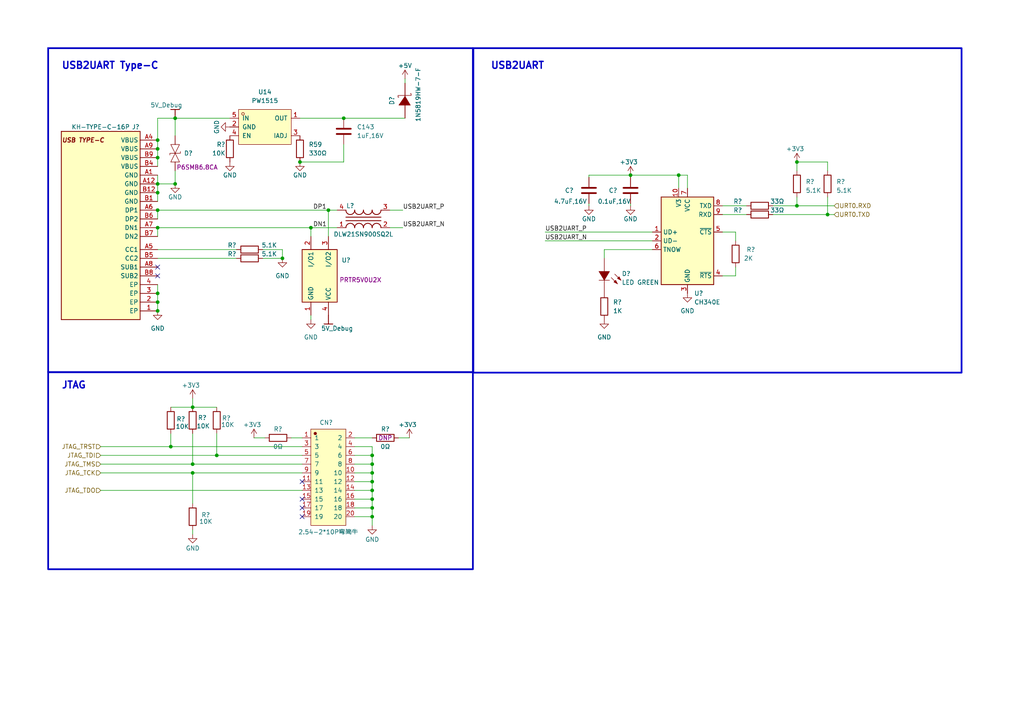
<source format=kicad_sch>
(kicad_sch (version 20230121) (generator eeschema)
  (paper "A4")
  (title_block (title "HPM6P00EVKRevB") (date "2024-10-13") (rev "RevB") (comment 1 "Debug"))
  (lib_symbols
    (symbol "00_HPM_power:+3.3V" (power) (pin_names (offset 0))
      (property "Value" "+3.3V" (at 0 3.556 0))
      (symbol "+3.3V_0_1"
        (polyline (pts (xy -0.762 1.27) (xy 0 2.54)))
        (polyline (pts (xy 0 0) (xy 0 2.54)))
        (polyline (pts (xy 0 2.54) (xy 0.762 1.27)))
      )
      (symbol "+3.3V_1_1"
        (pin power_in line (at 0 0 90) (length 0) hide (name "+3V3") (number "1"))
      )
    )
    (symbol "00_HPM_power:+5V" (power) (pin_names (offset 0))
      (property "Value" "+5V" (at 0 3.556 0))
      (symbol "+5V_0_1"
        (polyline (pts (xy -0.762 1.27) (xy 0 2.54)))
        (polyline (pts (xy 0 0) (xy 0 2.54)))
        (polyline (pts (xy 0 2.54) (xy 0.762 1.27)))
      )
      (symbol "+5V_1_1"
        (pin power_in line (at 0 0 90) (length 0) hide (name "+5V") (number "1"))
      )
    )
    (symbol "00_HPM_power:5V_Debug" (power)
      (property "Value" "5V_Debug" (at 0 -3.81 0))
      (symbol "5V_Debug_0_0"
        (polyline (pts (xy -1.27 -2.54) (xy 1.27 -2.54)) (stroke (width 0.254)))
        (polyline (pts (xy 0 0) (xy 0 -2.54)) (stroke (width 0.254)))
        (pin power_in line (at 0 0 0) (length 0) hide (name "5V_Debug") (number ""))
      )
    )
    (symbol "00_HPM_power:GND" (power) (pin_names (offset 0))
      (property "Value" "GND" (at 0 -3.81 0))
      (symbol "GND_0_1"
        (polyline (pts (xy 0 0) (xy 0 -1.27) (xy 1.27 -1.27) (xy 0 -2.54) (xy -1.27 -1.27) (xy 0 -1.27)))
      )
      (symbol "GND_1_1"
        (pin power_in line (at 0 0 270) (length 0) hide (name "GND") (number "1"))
      )
    )
    (symbol "01-HPM-Peripheral:LED_GREEN" (pin_numbers hide) (pin_names (offset 1.016) hide)
      (property "Reference" "LED" (at -5.08 1.27 0))
      (property "Value" "LED_GREEN" (at 0 8.89 0))
      (symbol "LED_GREEN_1_1"
        (polyline (pts (xy -2.54 1.524) (xy -2.54 -1.524)) (stroke (width 0.1524)))
        (polyline (pts (xy -1.778 2.032) (xy -3.556 3.81)) (stroke (width 0.1524)))
        (polyline (pts (xy -0.762 3.048) (xy -2.54 4.826)) (stroke (width 0.1524)))
        (polyline (pts (xy -3.556 3.81) (xy -2.54 3.302) (xy -3.048 2.794) (xy -3.556 3.81)) (stroke (width 0.1524)) (fill (type outline)))
        (polyline (pts (xy -2.54 4.826) (xy -1.524 4.318) (xy -2.032 3.81) (xy -2.54 4.826)) (stroke (width 0.1524)) (fill (type outline)))
        (polyline (pts (xy 0 -1.524) (xy -2.54 0) (xy 0 1.524) (xy 0 -1.524)) (stroke (width 0.1524)) (fill (type outline)))
        (pin input line (at -6.35 0 0) (length 3.81) (name "K") (number "1"))
        (pin input line (at 3.81 0 180) (length 3.81) (name "A") (number "2"))
      )
    )
    (symbol "02_HPM_Resistor:10K_0402" (pin_numbers hide) (pin_names (offset 0))
      (property "Reference" "R" (at 0 3.81 0))
      (property "Value" "10K" (at 0 6.35 0))
      (symbol "10K_0402_0_1"
        (rectangle (start 2.54 -1.016) (end -2.54 1.016) (stroke (width 0.254)))
      )
      (symbol "10K_0402_1_1"
        (pin passive line (at -3.81 0 0) (length 1.27) (name "~") (number "1"))
        (pin passive line (at 3.81 0 180) (length 1.27) (name "~") (number "2"))
      )
    )
    (symbol "02_HPM_Resistor:330Ω_0402" (pin_numbers hide) (pin_names (offset 0))
      (property "Reference" "R" (at 0 3.81 0))
      (property "Value" "330Ω" (at 0 6.35 0))
      (symbol "330Ω_0402_0_1"
        (rectangle (start 2.54 -1.016) (end -2.54 1.016) (stroke (width 0.254)))
      )
      (symbol "330Ω_0402_1_1"
        (pin passive line (at -3.81 0 0) (length 1.27) (name "~") (number "1"))
        (pin passive line (at 3.81 0 180) (length 1.27) (name "~") (number "2"))
      )
    )
    (symbol "02_HPM_Resistor:5.1K_0402" (pin_numbers hide) (pin_names (offset 0))
      (property "Reference" "R" (at 0 3.81 0))
      (property "Value" "5.1K" (at 0 7.62 0))
      (symbol "5.1K_0402_0_1"
        (rectangle (start 2.54 -1.016) (end -2.54 1.016) (stroke (width 0.254)))
      )
      (symbol "5.1K_0402_1_1"
        (pin passive line (at -3.81 0 0) (length 1.27) (name "~") (number "1"))
        (pin passive line (at 3.81 0 180) (length 1.27) (name "~") (number "2"))
      )
    )
    (symbol "03_HPM_Capacitance:0.1uF,16V_0402" (pin_numbers hide) (pin_names (offset 0.254))
      (property "Reference" "C" (at -1.27 10.16 0))
      (property "Value" "0.1uF,16V" (at -5.08 12.7 0))
      (symbol "0.1uF,16V_0402_0_1"
        (polyline (pts (xy -2.032 -0.762) (xy 2.032 -0.762)) (stroke (width 0.508)))
        (polyline (pts (xy -2.032 0.762) (xy 2.032 0.762)) (stroke (width 0.508)))
      )
      (symbol "0.1uF,16V_0402_1_1"
        (pin passive line (at 0 3.81 270) (length 2.794) (name "~") (number "1"))
        (pin passive line (at 0 -3.81 90) (length 2.794) (name "~") (number "2"))
      )
    )
    (symbol "03_HPM_Capacitance:1uF,16V_0402" (pin_numbers hide)
      (property "Reference" "C" (at 0 8.255 0))
      (property "Value" "1uF,16V" (at 0 11.43 0))
      (symbol "1uF,16V_0402_0_1"
        (polyline (pts (xy -2.032 -0.762) (xy 2.032 -0.762)) (stroke (width 0.508)))
        (polyline (pts (xy -2.032 0.762) (xy 2.032 0.762)) (stroke (width 0.508)))
      )
      (symbol "1uF,16V_0402_1_1"
        (pin passive line (at 0 3.81 270) (length 2.794) (name "~") (number "1"))
        (pin passive line (at 0 -3.81 90) (length 2.794) (name "~") (number "2"))
      )
    )
    (symbol "03_HPM_Capacitance:4.7uF,10V_0402" (pin_numbers hide) (pin_names (offset 0.254))
      (property "Reference" "C" (at 0.635 2.54 0))
      (property "Value" "4.7uF,10V" (at 0.635 -2.54 0))
      (symbol "4.7uF,10V_0402_0_1"
        (polyline (pts (xy -2.032 -0.762) (xy 2.032 -0.762)) (stroke (width 0.508)))
        (polyline (pts (xy -2.032 0.762) (xy 2.032 0.762)) (stroke (width 0.508)))
      )
      (symbol "4.7uF,10V_0402_1_1"
        (pin passive line (at 0 3.81 270) (length 2.794) (name "~") (number "1"))
        (pin passive line (at 0 -3.81 90) (length 2.794) (name "~") (number "2"))
      )
    )
    (symbol "04_HPM_Diode: 1N5819HW-7-F" (pin_numbers hide) (pin_names (offset 1.016) hide)
      (property "Reference" "D" (at 0 5.08 0))
      (property "Value" " 1N5819HW-7-F" (at -1.27 7.62 0))
      (symbol " 1N5819HW-7-F_1_1"
        (polyline (pts (xy 1.27 1.524) (xy -1.27 0) (xy -1.27 0) (xy 1.27 -1.778) (xy 1.27 -1.778) (xy 1.27 1.524)) (fill (type color) (color 132 0 0 1)))
        (polyline (pts (xy -2.032 1.524) (xy -2.032 1.778) (xy -2.032 1.778) (xy -1.524 1.778) (xy -1.524 1.778) (xy -1.524 -2.032) (xy -1.524 -2.032) (xy -1.016 -2.032) (xy -1.016 -2.032) (xy -1.016 -1.778)))
        (pin input line (at -5.08 0 0) (length 3.81) (name "K") (number "1"))
        (pin input line (at 5.08 0 180) (length 3.81) (name "A") (number "2"))
      )
    )
    (symbol "04_HPM_Diode:P6SMB6.8CA" (pin_numbers hide) (pin_names (offset 1.016) hide)
      (property "Reference" "D" (at 0 4.064 0))
      (property "Value" "P6SMB6.8CA" (at 0 9.144 0))
      (symbol "P6SMB6.8CA_1_1"
        (polyline (pts (xy -2.54 1.27) (xy 0 0) (xy -2.54 -1.27) (xy -2.54 1.27)) (stroke (width 0.1524)))
        (polyline (pts (xy 2.54 1.27) (xy 0 0) (xy 2.54 -1.27) (xy 2.54 1.27)) (stroke (width 0.1524)))
        (polyline (pts (xy -0.508 1.524) (xy -0.508 1.524) (xy 0 1.524) (xy 0 -1.524) (xy 0.508 -1.524) (xy 0.508 -1.524)) (stroke (width 0.1524)))
        (pin input line (at -5.08 0 0) (length 2.54) (name "1") (number "1"))
        (pin input line (at 5.08 0 180) (length 2.54) (name "2") (number "2"))
      )
    )
    (symbol "04_HPM_Diode:PRTR5V0U2X"
      (property "Reference" "U" (at 11.43 -6.35 0))
      (property "Value" "PRTR5V0U2X" (at 10.16 -29.21 0))
      (symbol "PRTR5V0U2X_1_0"
        (rectangle (start 2.54 -7.62) (end 12.7 -22.86) (stroke (width 0.254)) (fill (type background)))
        (pin passive line (at 5.08 -26.67 90) (length 3.81) (name "GND") (number "1"))
        (pin passive line (at 5.08 -3.81 270) (length 3.81) (name "I/O1") (number "2"))
        (pin passive line (at 10.16 -3.81 270) (length 3.81) (name "I/O2") (number "3"))
        (pin passive line (at 10.16 -26.67 90) (length 3.81) (name "VCC") (number "4"))
      )
    )
    (symbol "05_HPM_Connector_IDC:2.54-2*10P简牛_90°" (pin_names (offset 1.016))
      (property "Reference" "IDC" (at -2.54 15.24 0))
      (property "Value" "2.54-2*10P简牛_90°" (at -1.27 -15.24 0))
      (symbol "2.54-2*10P简牛_90°_1_1"
        (rectangle (start -5.08 13.97) (end 5.08 -13.97) (stroke (width 0.1524)) (fill (type background)))
        (circle (center -3.81 12.7) (radius 0.381) (stroke (width 0.1524)) (fill (type outline)))
        (pin input line (at -7.62 11.43 0) (length 2.54) (name "1") (number "1"))
        (pin input line (at 7.62 1.27 180) (length 2.54) (name "10") (number "10"))
        (pin input line (at -7.62 -1.27 0) (length 2.54) (name "11") (number "11"))
        (pin input line (at 7.62 -1.27 180) (length 2.54) (name "12") (number "12"))
        (pin input line (at -7.62 -3.81 0) (length 2.54) (name "13") (number "13"))
        (pin input line (at 7.62 -3.81 180) (length 2.54) (name "14") (number "14"))
        (pin input line (at -7.62 -6.35 0) (length 2.54) (name "15") (number "15"))
        (pin input line (at 7.62 -6.35 180) (length 2.54) (name "16") (number "16"))
        (pin input line (at -7.62 -8.89 0) (length 2.54) (name "17") (number "17"))
        (pin input line (at 7.62 -8.89 180) (length 2.54) (name "18") (number "18"))
        (pin input line (at -7.62 -11.43 0) (length 2.54) (name "19") (number "19"))
        (pin input line (at 7.62 11.43 180) (length 2.54) (name "2") (number "2"))
        (pin input line (at 7.62 -11.43 180) (length 2.54) (name "20") (number "20"))
        (pin input line (at -7.62 8.89 0) (length 2.54) (name "3") (number "3"))
        (pin input line (at 7.62 8.89 180) (length 2.54) (name "4") (number "4"))
        (pin input line (at -7.62 6.35 0) (length 2.54) (name "5") (number "5"))
        (pin input line (at 7.62 6.35 180) (length 2.54) (name "6") (number "6"))
        (pin input line (at -7.62 3.81 0) (length 2.54) (name "7") (number "7"))
        (pin input line (at 7.62 3.81 180) (length 2.54) (name "8") (number "8"))
        (pin input line (at -7.62 1.27 0) (length 2.54) (name "9") (number "9"))
      )
    )
    (symbol "05_HPM_Connector_Other:USB_Type-C"
      (property "Reference" "J" (at 21.59 1.27 0))
      (property "Value" "USB_Type-C" (at 11.43 1.27 0))
      (symbol "USB_Type-C_1_0"
        (rectangle (start 0 0) (end 22.86 -54.61) (stroke (width 0.254)) (fill (type background)))
        (pin passive line (at 27.94 -52.07 180) (length 5.08) (name "EP") (number "1"))
        (pin passive line (at 27.94 -49.53 180) (length 5.08) (name "EP") (number "2"))
        (pin passive line (at 27.94 -46.99 180) (length 5.08) (name "EP") (number "3"))
        (pin passive line (at 27.94 -44.45 180) (length 5.08) (name "EP") (number "4"))
        (pin passive line (at 27.94 -12.7 180) (length 5.08) (name "GND") (number "A1"))
        (pin passive line (at 27.94 -15.24 180) (length 5.08) (name "GND") (number "A12"))
        (pin passive line (at 27.94 -2.54 180) (length 5.08) (name "VBUS") (number "A4"))
        (pin passive line (at 27.94 -34.29 180) (length 5.08) (name "CC1") (number "A5"))
        (pin passive line (at 27.94 -22.86 180) (length 5.08) (name "DP1") (number "A6"))
        (pin passive line (at 27.94 -27.94 180) (length 5.08) (name "DN1") (number "A7"))
        (pin passive line (at 27.94 -39.37 180) (length 5.08) (name "SUB1") (number "A8"))
        (pin passive line (at 27.94 -5.08 180) (length 5.08) (name "VBUS") (number "A9"))
        (pin passive line (at 27.94 -20.32 180) (length 5.08) (name "GND") (number "B1"))
        (pin passive line (at 27.94 -17.78 180) (length 5.08) (name "GND") (number "B12"))
        (pin passive line (at 27.94 -10.16 180) (length 5.08) (name "VBUS") (number "B4"))
        (pin passive line (at 27.94 -36.83 180) (length 5.08) (name "CC2") (number "B5"))
        (pin passive line (at 27.94 -25.4 180) (length 5.08) (name "DP2") (number "B6"))
        (pin passive line (at 27.94 -30.48 180) (length 5.08) (name "DN2") (number "B7"))
        (pin passive line (at 27.94 -41.91 180) (length 5.08) (name "SUB2") (number "B8"))
        (pin passive line (at 27.94 -7.62 180) (length 5.08) (name "VBUS") (number "B9"))
      )
      (symbol "USB_Type-C_1_1"
        (text "USB TYPE-C" (at 6.35 -2.54 0) (effects (font (size 1.27 1.27) bold italic)))
      )
    )
    (symbol "06_HPM_Function_IC:CH340E"
      (property "Reference" "U?" (at -7.62 13.97 0))
      (property "Value" "CH340E" (at 1.27 13.97 0))
      (symbol "CH340E_0_1"
        (rectangle (start -7.62 12.7) (end 7.62 -12.7) (stroke (width 0.254)) (fill (type background)))
      )
      (symbol "CH340E_1_1"
        (pin bidirectional line (at -10.16 2.54 0) (length 2.54) (name "UD+") (number "1"))
        (pin passive line (at -2.54 15.24 270) (length 2.54) (name "V3") (number "10"))
        (pin bidirectional line (at -10.16 0 0) (length 2.54) (name "UD-") (number "2"))
        (pin power_in line (at 0 -15.24 90) (length 2.54) (name "GND") (number "3"))
        (pin output line (at 10.16 -10.16 180) (length 2.54) (name "~{RTS}") (number "4"))
        (pin input line (at 10.16 2.54 180) (length 2.54) (name "~{CTS}") (number "5"))
        (pin output line (at -10.16 -2.54 0) (length 2.54) (name "TNOW") (number "6"))
        (pin power_in line (at 0 15.24 270) (length 2.54) (name "VCC") (number "7"))
        (pin output line (at 10.16 10.16 180) (length 2.54) (name "TXD") (number "8"))
        (pin input line (at 10.16 7.62 180) (length 2.54) (name "RXD") (number "9"))
      )
    )
    (symbol "07_HPM_Inductance:DLW21SN900SQ2L"
      (property "Reference" "L" (at 8.89 -1.27 0))
      (property "Value" "DLW21SN900SQ2L" (at 8.89 -9.525 0))
      (symbol "DLW21SN900SQ2L_1_0"
        (polyline (pts (xy 3.81 -5.588) (xy 13.97 -5.588)) (stroke (width 0.254)))
        (polyline (pts (xy 3.81 -4.572) (xy 13.97 -4.572)) (stroke (width 0.254)))
        (arc (start 3.81 -2.54) (mid 5.08 -3.8045) (end 6.35 -2.54) (stroke (width 0.254)))
        (arc (start 6.35 -7.62) (mid 5.08 -6.3555) (end 3.81 -7.62) (stroke (width 0.254)))
        (arc (start 6.35 -2.54) (mid 7.62 -3.8045) (end 8.89 -2.54) (stroke (width 0.254)))
        (arc (start 8.89 -7.62) (mid 7.62 -6.3555) (end 6.35 -7.62) (stroke (width 0.254)))
        (arc (start 8.89 -2.54) (mid 10.16 -3.8045) (end 11.43 -2.54) (stroke (width 0.254)))
        (arc (start 11.43 -7.62) (mid 10.16 -6.3555) (end 8.89 -7.62) (stroke (width 0.254)))
        (arc (start 11.43 -2.54) (mid 12.7 -3.8045) (end 13.97 -2.54) (stroke (width 0.254)))
        (arc (start 13.97 -7.62) (mid 12.7 -6.3555) (end 11.43 -7.62) (stroke (width 0.254)))
        (pin passive line (at 1.27 -7.62 0) (length 2.54) (name "") (number "1"))
        (pin passive line (at 16.51 -7.62 180) (length 2.54) (name "") (number "2"))
        (pin passive line (at 16.51 -2.54 180) (length 2.54) (name "") (number "3"))
        (pin passive line (at 1.27 -2.54 0) (length 2.54) (name "") (number "4"))
      )
    )
    (symbol "08_HPM_Power_IC:PW1515" (pin_names (offset 1.016))
      (property "Reference" "U" (at -6.35 6.35 0))
      (property "Value" "PW1515" (at 0 -6.35 0))
      (symbol "PW1515_1_1"
        (rectangle (start -7.62 -5.08) (end 7.62 5.08) (fill (type background)))
        (circle (center -6.35 3.81) (radius 0.381))
        (pin input line (at 10.16 2.54 180) (length 2.54) (name "OUT") (number "1"))
        (pin input line (at -10.16 0 0) (length 2.54) (name "GND") (number "2"))
        (pin input line (at 10.16 -2.54 180) (length 2.54) (name "IADJ") (number "3"))
        (pin input line (at -10.16 -2.54 0) (length 2.54) (name "EN") (number "4"))
        (pin input line (at -10.16 2.54 0) (length 2.54) (name "IN") (number "5"))
      )
    )
    (symbol "power:GND" (power) (pin_names (offset 0))
      (property "Value" "GND" (at 0 -3.81 0))
      (symbol "GND_0_1"
        (polyline (pts (xy 0 0) (xy 0 -1.27) (xy 1.27 -1.27) (xy 0 -2.54) (xy -1.27 -1.27) (xy 0 -1.27)))
      )
      (symbol "GND_1_1"
        (pin power_in line (at 0 0 270) (length 0) hide (name "GND") (number "1"))
      )
    )
  )
  (junction (at 50.8 34.29))
  (junction (at 107.95 144.78))
  (junction (at 107.95 134.62))
  (junction (at 81.915 74.93))
  (junction (at 95.25 60.96))
  (junction (at 45.72 85.09))
  (junction (at 55.88 137.16))
  (junction (at 231.14 46.99))
  (junction (at 45.72 66.04))
  (junction (at 45.72 45.72))
  (junction (at 50.8 53.34))
  (junction (at 231.14 59.69))
  (junction (at 45.72 87.63))
  (junction (at 62.865 132.08))
  (junction (at 90.17 66.04))
  (junction (at 55.88 118.11))
  (junction (at 45.72 43.18))
  (junction (at 45.72 53.34))
  (junction (at 107.95 149.86))
  (junction (at 107.95 137.16))
  (junction (at 45.72 40.64))
  (junction (at 107.95 147.32))
  (junction (at 45.72 60.96))
  (junction (at 55.88 134.62))
  (junction (at 49.53 129.54))
  (junction (at 86.995 46.99))
  (junction (at 45.72 90.17))
  (junction (at 107.95 139.7))
  (junction (at 107.95 142.24))
  (junction (at 45.72 55.88))
  (junction (at 240.03 62.23))
  (junction (at 107.95 132.08))
  (junction (at 99.695 34.29))
  (junction (at 182.88 50.8))
  (junction (at 196.85 50.8))
  (no_connect (at 87.63 144.78))
  (no_connect (at 45.72 80.01))
  (no_connect (at 87.63 139.7))
  (no_connect (at 87.63 147.32))
  (no_connect (at 87.63 149.86))
  (no_connect (at 45.72 77.47))
  (wire (pts (xy 102.87 134.62) (xy 107.95 134.62)))
  (wire (pts (xy 199.39 50.8) (xy 199.39 54.61)))
  (wire (pts (xy 107.95 134.62) (xy 107.95 137.16)))
  (wire (pts (xy 209.55 67.31) (xy 213.36 67.31)))
  (wire (pts (xy 55.88 154.94) (xy 55.88 153.67)))
  (wire (pts (xy 107.95 152.4) (xy 107.95 149.86)))
  (wire (pts (xy 117.475 24.13) (xy 117.475 22.86)))
  (wire (pts (xy 29.21 129.54) (xy 49.53 129.54)))
  (wire (pts (xy 45.72 82.55) (xy 45.72 85.09)))
  (wire (pts (xy 231.14 57.15) (xy 231.14 59.69)))
  (wire (pts (xy 50.8 34.29) (xy 50.8 39.37)))
  (wire (pts (xy 102.87 132.08) (xy 107.95 132.08)))
  (wire (pts (xy 175.26 72.39) (xy 175.26 74.93)))
  (wire (pts (xy 73.66 127) (xy 76.835 127)))
  (wire (pts (xy 45.72 34.29) (xy 50.8 34.29)))
  (wire (pts (xy 50.8 49.53) (xy 50.8 53.34)))
  (wire (pts (xy 62.865 118.11) (xy 55.88 118.11)))
  (wire (pts (xy 196.85 50.8) (xy 199.39 50.8)))
  (wire (pts (xy 45.72 53.34) (xy 45.72 55.88)))
  (wire (pts (xy 45.72 60.96) (xy 95.25 60.96)))
  (wire (pts (xy 170.815 50.8) (xy 182.88 50.8)))
  (wire (pts (xy 55.88 137.16) (xy 55.88 146.05)))
  (wire (pts (xy 99.695 41.91) (xy 99.695 46.99)))
  (wire (pts (xy 45.72 66.04) (xy 45.72 68.58)))
  (wire (pts (xy 107.95 137.16) (xy 107.95 139.7)))
  (wire (pts (xy 102.87 142.24) (xy 107.95 142.24)))
  (wire (pts (xy 213.36 80.01) (xy 209.55 80.01)))
  (wire (pts (xy 50.8 34.29) (xy 66.675 34.29)))
  (wire (pts (xy 241.935 62.23) (xy 240.03 62.23)))
  (wire (pts (xy 196.85 54.61) (xy 196.85 50.8)))
  (wire (pts (xy 107.95 127) (xy 102.87 127)))
  (wire (pts (xy 182.88 59.055) (xy 182.88 59.69)))
  (wire (pts (xy 45.72 55.88) (xy 45.72 58.42)))
  (wire (pts (xy 55.88 137.16) (xy 87.63 137.16)))
  (wire (pts (xy 99.695 34.29) (xy 117.475 34.29)))
  (wire (pts (xy 107.95 149.86) (xy 102.87 149.86)))
  (wire (pts (xy 45.72 34.29) (xy 45.72 40.64)))
  (wire (pts (xy 107.95 147.32) (xy 107.95 149.86)))
  (wire (pts (xy 224.155 59.69) (xy 231.14 59.69)))
  (wire (pts (xy 55.88 134.62) (xy 87.63 134.62)))
  (wire (pts (xy 95.25 60.96) (xy 95.25 68.58)))
  (wire (pts (xy 113.03 60.96) (xy 116.84 60.96)))
  (wire (pts (xy 216.535 62.23) (xy 209.55 62.23)))
  (wire (pts (xy 45.72 60.96) (xy 45.72 63.5)))
  (wire (pts (xy 90.17 92.71) (xy 90.17 91.44)))
  (wire (pts (xy 45.72 85.09) (xy 45.72 87.63)))
  (wire (pts (xy 95.25 60.96) (xy 97.79 60.96)))
  (wire (pts (xy 102.87 137.16) (xy 107.95 137.16)))
  (wire (pts (xy 107.95 129.54) (xy 107.95 132.08)))
  (wire (pts (xy 45.72 66.04) (xy 90.17 66.04)))
  (wire (pts (xy 102.87 147.32) (xy 107.95 147.32)))
  (wire (pts (xy 84.455 127) (xy 87.63 127)))
  (wire (pts (xy 182.88 50.8) (xy 182.88 51.435)))
  (wire (pts (xy 29.21 137.16) (xy 55.88 137.16)))
  (wire (pts (xy 99.695 46.99) (xy 86.995 46.99)))
  (wire (pts (xy 55.88 125.73) (xy 55.88 134.62)))
  (wire (pts (xy 158.115 67.31) (xy 189.23 67.31)))
  (wire (pts (xy 45.72 40.64) (xy 45.72 43.18)))
  (wire (pts (xy 216.535 59.69) (xy 209.55 59.69)))
  (wire (pts (xy 240.03 57.15) (xy 240.03 62.23)))
  (wire (pts (xy 45.72 43.18) (xy 45.72 45.72)))
  (wire (pts (xy 29.21 142.24) (xy 87.63 142.24)))
  (wire (pts (xy 224.155 62.23) (xy 240.03 62.23)))
  (wire (pts (xy 45.72 45.72) (xy 45.72 48.26)))
  (wire (pts (xy 158.115 69.85) (xy 189.23 69.85)))
  (wire (pts (xy 213.36 77.47) (xy 213.36 80.01)))
  (wire (pts (xy 170.815 51.435) (xy 170.815 50.8)))
  (wire (pts (xy 115.57 127) (xy 118.745 127)))
  (wire (pts (xy 45.72 50.8) (xy 45.72 53.34)))
  (wire (pts (xy 62.865 132.08) (xy 62.865 125.73)))
  (wire (pts (xy 90.17 66.04) (xy 97.79 66.04)))
  (wire (pts (xy 170.815 59.055) (xy 170.815 59.69)))
  (wire (pts (xy 240.03 46.99) (xy 240.03 49.53)))
  (wire (pts (xy 81.915 72.39) (xy 81.915 74.93)))
  (wire (pts (xy 231.14 46.99) (xy 240.03 46.99)))
  (wire (pts (xy 189.23 72.39) (xy 175.26 72.39)))
  (wire (pts (xy 49.53 129.54) (xy 49.53 125.73)))
  (wire (pts (xy 231.14 46.99) (xy 231.14 49.53)))
  (wire (pts (xy 49.53 129.54) (xy 87.63 129.54)))
  (wire (pts (xy 76.2 72.39) (xy 81.915 72.39)))
  (wire (pts (xy 107.95 144.78) (xy 107.95 147.32)))
  (wire (pts (xy 113.03 66.04) (xy 116.84 66.04)))
  (wire (pts (xy 241.935 59.69) (xy 231.14 59.69)))
  (wire (pts (xy 102.87 129.54) (xy 107.95 129.54)))
  (wire (pts (xy 76.2 74.93) (xy 81.915 74.93)))
  (wire (pts (xy 29.21 132.08) (xy 62.865 132.08)))
  (wire (pts (xy 49.53 118.11) (xy 55.88 118.11)))
  (wire (pts (xy 182.88 50.8) (xy 196.85 50.8)))
  (wire (pts (xy 102.87 139.7) (xy 107.95 139.7)))
  (wire (pts (xy 90.17 66.04) (xy 90.17 68.58)))
  (wire (pts (xy 45.72 87.63) (xy 45.72 90.17)))
  (wire (pts (xy 107.95 139.7) (xy 107.95 142.24)))
  (wire (pts (xy 107.95 142.24) (xy 107.95 144.78)))
  (wire (pts (xy 62.865 132.08) (xy 87.63 132.08)))
  (wire (pts (xy 29.21 134.62) (xy 55.88 134.62)))
  (wire (pts (xy 55.88 115.57) (xy 55.88 118.11)))
  (wire (pts (xy 107.95 132.08) (xy 107.95 134.62)))
  (wire (pts (xy 213.36 67.31) (xy 213.36 69.85)))
  (wire (pts (xy 45.72 74.93) (xy 68.58 74.93)))
  (wire (pts (xy 102.87 144.78) (xy 107.95 144.78)))
  (wire (pts (xy 45.72 72.39) (xy 68.58 72.39)))
  (wire (pts (xy 86.995 34.29) (xy 99.695 34.29)))
  (wire (pts (xy 45.72 53.34) (xy 50.8 53.34)))
  (rectangle (start 13.97 107.95) (end 137.16 165.1) (stroke (width 0.5)))
  (rectangle (start 13.97 13.97) (end 137.16 107.95) (stroke (width 0.5)))
  (rectangle (start 137.287 13.97) (end 278.892 108.077) (stroke (width 0.5)))
  (text "USB2UART" (at 142.24 20.32 0) (effects (font (size 2 2) (thickness 0.4) bold) (justify left bottom)))
  (text "USB2UART Type-C" (at 17.78 20.32 0) (effects (font (size 2 2) (thickness 0.4) bold) (justify left bottom)))
  (text "JTAG" (at 17.78 113.03 0) (effects (font (size 2 2) (thickness 0.4) bold) (justify left bottom)))
  (label "USB2UART_P" (at 158.115 67.31 0))
  (label "USB2UART_N" (at 116.84 66.04 0))
  (label "USB2UART_N" (at 158.115 69.85 0))
  (label "DN1" (at 90.805 66.04 0))
  (label "DP1" (at 90.805 60.96 0))
  (label "USB2UART_P" (at 116.84 60.96 0))
  (hierarchical_label "JTAG_TMS" (shape input) (at 29.21 134.62 180))
  (hierarchical_label "URT0.RXD" (shape input) (at 241.935 59.69 0))
  (hierarchical_label "JTAG_TRST" (shape input) (at 29.21 129.54 180))
  (hierarchical_label "JTAG_TDO" (shape input) (at 29.21 142.24 180))
  (hierarchical_label "JTAG_TDI" (shape input) (at 29.21 132.08 180))
  (hierarchical_label "URT0.TXD" (shape input) (at 241.935 62.23 0))
  (hierarchical_label "JTAG_TCK" (shape input) (at 29.21 137.16 180))
  (symbol (lib_id "02_HPM_Resistor:5.1K_0402") (at 175.26 88.9 270) (unit 1)
    (property "Reference" "R?" (at 177.8 87.63 90) (effects (justify left)))
    (property "Value" "1K" (at 177.8 90.17 90) (effects (justify left)))
    (property "Footprint" "02_HPM_Resistor:R_0402_1005Metric" (effects hide))
    (property "Model" "0402WGF5101TCE" (effects hide))
    (property "Company" "UNI-ROYAL(厚声)" (effects hide))
    (instances (project "HPM62_63_144_ADC_EVK_RevC" (path "" (reference "R?") (unit 1))) (project "Four_Servo_HPM6280_MB" (path "" (reference "R?") (unit 1))) (project "HPM600ADCEVKRevB" (path "" (reference "R11") (unit 1))))
  )
  (symbol (lib_id "02_HPM_Resistor:10K_0402") (at 66.675 43.18 270) (mirror x) (unit 1)
    (property "Reference" "R?" (at 65.405 41.91 90) (effects (justify right)))
    (property "Value" "10K" (at 65.405 44.45 90) (effects (justify right)))
    (property "Footprint" "02_HPM_Resistor:R_0402_1005Metric" (effects hide))
    (property "Model" "0402WGF1002TCE" (effects hide))
    (property "Company" "UNI-ROYAL(厚声)" (effects hide))
    (instances (project "HPM5300-USB-OSC" (path "" (reference "R?") (unit 1))) (project "HPM6E00 SKT Board BGA289_BDIF REVA" (path "" (reference "R?") (unit 1))) (project "HPM600ADCEVKRevB" (path "" (reference "R?") (unit 1)) (path "" (reference "R58") (unit 1))) (project "HPM5300 SKT Board LQFP100 REVA" (path "" (reference "R?") (unit 1))))
  )
  (symbol (lib_id "02_HPM_Resistor:10K_0402") (at 62.865 121.92 270) (unit 1)
    (property "Reference" "R?" (at 65.659 121.285 90))
    (property "Value" "10K" (at 66.04 123.19 90))
    (property "Footprint" "02_HPM_Resistor:R_0402_1005Metric" (effects hide))
    (property "Model" "0402WGF1002TCE" (effects hide))
    (property "Company" "UNI-ROYAL(厚声)" (effects hide))
    (instances (project "HPM62_63_144_ADC_EVK_RevC" (path "" (reference "R?") (unit 1))) (project "Four_Servo_HPM6280_MB" (path "" (reference "R?") (unit 1))) (project "HPM600ADCEVKRevB" (path "" (reference "R9") (unit 1)) (path "" (reference "R9") (unit 1))))
  )
  (symbol (lib_id "03_HPM_Capacitance:4.7uF,10V_0402") (at 170.815 55.245 0) (unit 1)
    (property "Reference" "C?" (at 163.83 55.245 0) (effects (justify left)))
    (property "Value" "4.7uF,16V" (at 160.655 58.42 0) (effects (justify left)))
    (property "Footprint" "03_HPM_Capacitance:C_0402_1005Metric" (effects hide))
    (property "Model" " CL05A475MP5NRNC" (effects hide))
    (property "Company" " SAMSUNG(三星)" (effects hide))
    (instances (project "HPM62_63_144_ADC_EVK_RevC" (path "" (reference "C?") (unit 1))) (project "Four_Servo_HPM6280_MB" (path "" (reference "C?") (unit 1))) (project "HPM600ADCEVKRevB" (path "" (reference "C4") (unit 1))))
  )
  (symbol (lib_id "07_HPM_Inductance:DLW21SN900SQ2L") (at 96.52 58.42 0) (unit 1)
    (property "Reference" "L?" (at 101.6 59.69 0))
    (property "Value" "DLW21SN900SQ2L" (at 105.41 67.945 0))
    (property "Footprint" "07_HPM_Inductance:L2012" (effects hide))
    (property "Model" "DLW21SN900SQ2L" (effects hide))
    (property "Company" "muRata(村田)" (effects hide))
    (instances (project "HPM62_63_144_ADC_EVK_RevC" (path "" (reference "L?") (unit 1))) (project "Four_Servo_HPM6280_MB" (path "" (reference "L?") (unit 1))) (project "HPM600ADCEVKRevB" (path "" (reference "L1") (unit 1))))
  )
  (symbol (lib_id "00_HPM_power:GND") (at 170.815 59.69 0) (unit 1)
    (property "Reference" "#PWR?" (effects hide))
    (property "Value" "GND" (at 170.815 63.5 0))
    (instances (project "HPM62_63_144_ADC_EVK_RevC" (path "" (reference "#PWR?") (unit 1))) (project "Four_Servo_HPM6280_MB" (path "" (reference "#PWR?") (unit 1))) (project "HPM600ADCEVKRevB" (path "" (reference "#PWR0128") (unit 1))))
  )
  (symbol (lib_id "00_HPM_power:GND") (at 50.8 53.34 0) (unit 1)
    (property "Reference" "#PWR?" (effects hide))
    (property "Value" "GND" (at 50.8 57.15 0))
    (instances (project "HPM62_63_144_ADC_EVK_RevC" (path "" (reference "#PWR?") (unit 1))) (project "HPM600ADCEVKRevB" (path "" (reference "#PWR078") (unit 1)) (path "" (reference "#PWR0117") (unit 1))))
  )
  (symbol (lib_id "00_HPM_power:GND") (at 175.26 92.71 0) (unit 1)
    (property "Reference" "#PWR?" (effects hide))
    (property "Value" "GND" (at 175.26 97.79 0))
    (instances (project "HPM62_63_144_ADC_EVK_RevC" (path "" (reference "#PWR?") (unit 1))) (project "Four_Servo_HPM6280_MB" (path "" (reference "#PWR?") (unit 1))) (project "HPM600ADCEVKRevB" (path "" (reference "#PWR0129") (unit 1))))
  )
  (symbol (lib_id "00_HPM_power:+3.3V") (at 118.745 127 0) (unit 1)
    (property "Reference" "#PWR?" (effects hide))
    (property "Value" "+3.3V" (at 115.57 123.19 0) (effects (justify left)))
    (instances (project "HPM5300-POWER" (path "" (reference "#PWR?") (unit 1))) (project "HPM6E00 SKT Board BGA289_BDIF REVA" (path "" (reference "#PWR?") (unit 1))) (project "HPM600ADCEVKRevB" (path "" (reference "#PWR01") (unit 1)) (path "" (reference "#PWR036") (unit 1)) (path "" (reference "#PWR036") (unit 1))) (project "HPM5300 SKT Board LQFP100 REVA" (path "" (reference "#PWR?") (unit 1))))
  )
  (symbol (lib_id "02_HPM_Resistor:5.1K_0402") (at 72.39 72.39 0) (unit 1)
    (property "Reference" "R?" (at 67.31 71.12 0))
    (property "Value" "5.1K" (at 78.105 71.12 0))
    (property "Footprint" "02_HPM_Resistor:R_0402_1005Metric" (effects hide))
    (property "Model" "0402WGF5101TCE" (effects hide))
    (property "Company" "UNI-ROYAL(厚声)" (effects hide))
    (instances (project "HPM62_63_144_ADC_EVK_RevC" (path "" (reference "R?") (unit 1))) (project "Four_Servo_HPM6280_MB" (path "" (reference "R?") (unit 1))) (project "HPM600ADCEVKRevB" (path "" (reference "R1") (unit 1))))
  )
  (symbol (lib_id "00_HPM_power:GND") (at 107.95 152.4 0) (unit 1)
    (property "Reference" "#PWR?" (effects hide))
    (property "Value" "GND" (at 107.9605 156.4738 0))
    (instances (project "HPM62_63_144_ADC_EVK_RevC" (path "" (reference "#PWR?") (unit 1))) (project "Four_Servo_HPM6280_MB" (path "" (reference "#PWR?") (unit 1))) (project "HPM600ADCEVKRevB" (path "" (reference "#PWR033") (unit 1)) (path "" (reference "#PWR033") (unit 1))))
  )
  (symbol (lib_id "power:GND") (at 86.995 46.99 0) (unit 1)
    (property "Reference" "#PWR?" (effects hide))
    (property "Value" "GND" (at 84.963 50.8 0) (effects (justify left)))
    (instances (project "HPM5300-USB-OSC" (path "" (reference "#PWR?") (unit 1))) (project "HPM6E00 SKT Board BGA289_BDIF REVA" (path "" (reference "#PWR?") (unit 1))) (project "HPM600ADCEVKRevB" (path "" (reference "#PWR?") (unit 1)) (path "" (reference "#PWR047") (unit 1))) (project "HPM5300 SKT Board LQFP100 REVA" (path "" (reference "#PWR?") (unit 1))))
  )
  (symbol (lib_id "00_HPM_power:+3.3V") (at 73.66 127 0) (unit 1)
    (property "Reference" "#PWR?" (effects hide))
    (property "Value" "+3.3V" (at 70.485 123.19 0) (effects (justify left)))
    (instances (project "HPM5300-POWER" (path "" (reference "#PWR?") (unit 1))) (project "HPM6E00 SKT Board BGA289_BDIF REVA" (path "" (reference "#PWR?") (unit 1))) (project "HPM600ADCEVKRevB" (path "" (reference "#PWR01") (unit 1)) (path "" (reference "#PWR032") (unit 1)) (path "" (reference "#PWR032") (unit 1))) (project "HPM5300 SKT Board LQFP100 REVA" (path "" (reference "#PWR?") (unit 1))))
  )
  (symbol (lib_id "00_HPM_power:+5V") (at 117.475 22.86 0) (unit 1)
    (property "Reference" "#PWR?" (effects hide))
    (property "Value" "+5V" (at 117.475 19.05 0))
    (instances (project "HPM62_63_144_ADC_EVK_RevC" (path "" (reference "#PWR?") (unit 1))) (project "Four_Servo_HPM6280_MB" (path "" (reference "#PWR?") (unit 1))) (project "HPM600ADCEVKRevB" (path "" (reference "#PWR0125") (unit 1))))
  )
  (symbol (lib_id "00_HPM_power:GND") (at 45.72 90.17 0) (unit 1)
    (property "Reference" "#PWR?" (effects hide))
    (property "Value" "GND" (at 45.72 95.25 0))
    (instances (project "HPM62_63_144_ADC_EVK_RevC" (path "" (reference "#PWR?") (unit 1))) (project "HPM600ADCEVKRevB" (path "" (reference "#PWR078") (unit 1)) (path "" (reference "#PWR0112") (unit 1))))
  )
  (symbol (lib_id "00_HPM_power:+3.3V") (at 231.14 46.99 0) (unit 1)
    (property "Reference" "#PWR?" (effects hide))
    (property "Value" "+3.3V" (at 227.965 43.18 0) (effects (justify left)))
    (instances (project "HPM5300-POWER" (path "" (reference "#PWR?") (unit 1))) (project "HPM6E00 SKT Board BGA289_BDIF REVA" (path "" (reference "#PWR?") (unit 1))) (project "HPM600ADCEVKRevB" (path "" (reference "#PWR01") (unit 1)) (path "" (reference "#PWR0133") (unit 1))) (project "HPM5300 SKT Board LQFP100 REVA" (path "" (reference "#PWR?") (unit 1))))
  )
  (symbol (lib_id "02_HPM_Resistor:5.1K_0402") (at 231.14 53.34 270) (unit 1)
    (property "Reference" "R?" (at 233.68 52.705 90) (effects (justify left)))
    (property "Value" "5.1K" (at 233.68 55.245 90) (effects (justify left)))
    (property "Footprint" "02_HPM_Resistor:R_0402_1005Metric" (effects hide))
    (property "Model" "0402WGF5101TCE" (effects hide))
    (property "Company" "UNI-ROYAL(厚声)" (effects hide))
    (instances (project "HPM62_63_144_ADC_EVK_RevC" (path "" (reference "R?") (unit 1))) (project "Four_Servo_HPM6280_MB" (path "" (reference "R?") (unit 1))) (project "HPM600ADCEVKRevB" (path "" (reference "R15") (unit 1))))
  )
  (symbol (lib_id "02_HPM_Resistor:5.1K_0402") (at 72.39 74.93 0) (unit 1)
    (property "Reference" "R?" (at 67.31 73.66 0))
    (property "Value" "5.1K" (at 78.105 73.66 0))
    (property "Footprint" "02_HPM_Resistor:R_0402_1005Metric" (effects hide))
    (property "Model" "0402WGF5101TCE" (effects hide))
    (property "Company" "UNI-ROYAL(厚声)" (effects hide))
    (instances (project "HPM62_63_144_ADC_EVK_RevC" (path "" (reference "R?") (unit 1))) (project "Four_Servo_HPM6280_MB" (path "" (reference "R?") (unit 1))) (project "HPM600ADCEVKRevB" (path "" (reference "R2") (unit 1))))
  )
  (symbol (lib_id "00_HPM_power:GND") (at 81.915 74.93 0) (unit 1)
    (property "Reference" "#PWR?" (effects hide))
    (property "Value" "GND" (at 81.915 80.01 0))
    (instances (project "HPM62_63_144_ADC_EVK_RevC" (path "" (reference "#PWR?") (unit 1))) (project "HPM600ADCEVKRevB" (path "" (reference "#PWR078") (unit 1)) (path "" (reference "#PWR0118") (unit 1))))
  )
  (symbol (lib_id "02_HPM_Resistor:10K_0402") (at 111.76 127 180) (unit 1)
    (property "Reference" "R?" (at 111.76 124.46 0))
    (property "Value" "0Ω" (at 111.76 129.54 0))
    (property "Footprint" "02_HPM_Resistor:R_0402_1005Metric" (effects hide))
    (property "DNP" "DNP" (at 111.76 127 0))
    (property "Model" "0402WGF1002TCE" (effects hide))
    (property "Company" "UNI-ROYAL(厚声)" (effects hide))
    (instances (project "HPM62_63_144_ADC_EVK_RevC" (path "" (reference "R?") (unit 1))) (project "Four_Servo_HPM6280_MB" (path "" (reference "R?") (unit 1))) (project "HPM600ADCEVKRevB" (path "" (reference "R45") (unit 1)) (path "" (reference "R10") (unit 1))))
  )
  (symbol (lib_id "00_HPM_power:GND") (at 55.88 154.94 0) (unit 1)
    (property "Reference" "#PWR?" (effects hide))
    (property "Value" "GND" (at 55.8905 159.0138 0))
    (instances (project "HPM62_63_144_ADC_EVK_RevC" (path "" (reference "#PWR?") (unit 1))) (project "Four_Servo_HPM6280_MB" (path "" (reference "#PWR?") (unit 1))) (project "HPM600ADCEVKRevB" (path "" (reference "#PWR031") (unit 1)) (path "" (reference "#PWR031") (unit 1))))
  )
  (symbol (lib_id "power:GND") (at 66.675 46.99 0) (unit 1)
    (property "Reference" "#PWR?" (effects hide))
    (property "Value" "GND" (at 64.643 50.8 0) (effects (justify left)))
    (instances (project "HPM5300-USB-OSC" (path "" (reference "#PWR?") (unit 1))) (project "HPM6E00 SKT Board BGA289_BDIF REVA" (path "" (reference "#PWR?") (unit 1))) (project "HPM600ADCEVKRevB" (path "" (reference "#PWR?") (unit 1)) (path "" (reference "#PWR043") (unit 1))) (project "HPM5300 SKT Board LQFP100 REVA" (path "" (reference "#PWR?") (unit 1))))
  )
  (symbol (lib_id "00_HPM_power:5V_Debug") (at 50.8 34.29 180) (unit 1)
    (property "Reference" "#PWR?" (effects hide))
    (property "Value" "5V_Debug" (at 48.26 30.48 0))
    (instances (project "HPM62_63_144_ADC_EVK_RevC" (path "" (reference "#PWR?") (unit 1))) (project "Four_Servo_HPM6280_MB" (path "" (reference "#PWR?") (unit 1))) (project "HPM600ADCEVKRevB" (path "" (reference "#PWR056") (unit 1))))
  )
  (symbol (lib_id "00_HPM_power:+3.3V") (at 55.88 115.57 0) (unit 1)
    (property "Reference" "#PWR?" (effects hide))
    (property "Value" "+3.3V" (at 52.705 111.76 0) (effects (justify left)))
    (instances (project "HPM5300-POWER" (path "" (reference "#PWR?") (unit 1))) (project "HPM6E00 SKT Board BGA289_BDIF REVA" (path "" (reference "#PWR?") (unit 1))) (project "HPM600ADCEVKRevB" (path "" (reference "#PWR01") (unit 1)) (path "" (reference "#PWR030") (unit 1)) (path "" (reference "#PWR030") (unit 1))) (project "HPM5300 SKT Board LQFP100 REVA" (path "" (reference "#PWR?") (unit 1))))
  )
  (symbol (lib_id "02_HPM_Resistor:10K_0402") (at 80.645 127 180) (unit 1)
    (property "Reference" "R?" (at 80.645 124.46 0))
    (property "Value" "0Ω" (at 80.645 129.54 0))
    (property "Footprint" "02_HPM_Resistor:R_0402_1005Metric" (effects hide))
    (property "Model" "0402WGF1002TCE" (effects hide))
    (property "Company" "UNI-ROYAL(厚声)" (effects hide))
    (instances (project "HPM62_63_144_ADC_EVK_RevC" (path "" (reference "R?") (unit 1))) (project "Four_Servo_HPM6280_MB" (path "" (reference "R?") (unit 1))) (project "HPM600ADCEVKRevB" (path "" (reference "R10") (unit 1)) (path "" (reference "R45") (unit 1))))
  )
  (symbol (lib_id "04_HPM_Diode:P6SMB6.8CA") (at 50.8 44.45 90) (unit 1)
    (property "Reference" "D?" (at 53.34 44.45 90) (effects (justify right)))
    (property "Value" "SMB/DO-214AA_P6SMB6.8CA" (effects hide))
    (property "Footprint" "04_HPM_Diode:SMB_(DO-214AA)" (effects hide))
    (property "Datasheet" "http://www.szlcsc.com/product/details_79530.html" (effects hide))
    (property "description" "TVS" (effects hide))
    (property "ComponentLink1Description" "供应商链接" (effects hide))
    (property "Package" "SMB/DO-214AA" (effects hide))
    (property "Supplier" "LC" (effects hide))
    (property "SuppliersPartNumber" "C78395" (effects hide))
    (property "Comment" "P6SMB6.8CA" (at 51.181 48.514 90) (effects (justify right)))
    (property "Model" "P6SMB6.8CA/TR13" (effects hide))
    (property "Company" " Brightking(君耀电子) " (effects hide))
    (instances (project "HPM62_63_144_ADC_EVK_RevC" (path "" (reference "D?") (unit 1)) (path "" (reference "D?") (unit 1))) (project "HPM600ADCEVKRevB" (path "" (reference "D5") (unit 1))))
  )
  (symbol (lib_id "01-HPM-Peripheral:LED_GREEN") (at 175.26 78.74 270) (mirror x) (unit 1)
    (property "Reference" "D?" (at 180.34 79.375 90) (effects (justify left)))
    (property "Value" "LED GREEN" (at 180.34 81.915 90) (effects (justify left)))
    (property "Footprint" "01_HPM_Peripheral:LED_0603" (effects hide))
    (property "Model" "NCD0603C1" (effects hide))
    (property "Company" "国星光电" (effects hide))
    (instances (project "HPM62_63_144_ADC_EVK_RevC" (path "" (reference "D?") (unit 1))) (project "Four_Servo_HPM6280_MB" (path "" (reference "D?") (unit 1))) (project "HPM600ADCEVKRevB" (path "" (reference "D2") (unit 1))))
  )
  (symbol (lib_id "00_HPM_power:+3.3V") (at 182.88 50.8 0) (unit 1)
    (property "Reference" "#PWR?" (effects hide))
    (property "Value" "+3.3V" (at 179.705 46.99 0) (effects (justify left)))
    (instances (project "HPM5300-POWER" (path "" (reference "#PWR?") (unit 1))) (project "HPM6E00 SKT Board BGA289_BDIF REVA" (path "" (reference "#PWR?") (unit 1))) (project "HPM600ADCEVKRevB" (path "" (reference "#PWR01") (unit 1)) (path "" (reference "#PWR0130") (unit 1))) (project "HPM5300 SKT Board LQFP100 REVA" (path "" (reference "#PWR?") (unit 1))))
  )
  (symbol (lib_id "02_HPM_Resistor:10K_0402") (at 49.53 121.92 270) (unit 1)
    (property "Reference" "R?" (at 51.181 121.539 90) (effects (justify left)))
    (property "Value" "10K" (at 50.927 123.698 90) (effects (justify left)))
    (property "Footprint" "02_HPM_Resistor:R_0402_1005Metric" (effects hide))
    (property "Model" "0402WGF1002TCE" (effects hide))
    (property "Company" "UNI-ROYAL(厚声)" (effects hide))
    (instances (project "HPM62_63_144_ADC_EVK_RevC" (path "" (reference "R?") (unit 1))) (project "Four_Servo_HPM6280_MB" (path "" (reference "R?") (unit 1))) (project "HPM600ADCEVKRevB" (path "" (reference "R6") (unit 1)) (path "" (reference "R6") (unit 1))))
  )
  (symbol (lib_id "02_HPM_Resistor:5.1K_0402") (at 220.345 59.69 0) (unit 1)
    (property "Reference" "R?" (at 213.995 58.42 0))
    (property "Value" "33Ω" (at 225.425 58.42 0))
    (property "Footprint" "02_HPM_Resistor:R_0402_1005Metric" (effects hide))
    (property "Model" "0402WGF5101TCE" (effects hide))
    (property "Company" "UNI-ROYAL(厚声)" (effects hide))
    (instances (project "HPM62_63_144_ADC_EVK_RevC" (path "" (reference "R?") (unit 1))) (project "Four_Servo_HPM6280_MB" (path "" (reference "R?") (unit 1))) (project "HPM600ADCEVKRevB" (path "" (reference "R13") (unit 1))))
  )
  (symbol (lib_id "02_HPM_Resistor:10K_0402") (at 55.88 121.92 90) (unit 1)
    (property "Reference" "R?" (at 58.674 121.158 90))
    (property "Value" "10K" (at 58.928 123.571 90))
    (property "Footprint" "02_HPM_Resistor:R_0402_1005Metric" (effects hide))
    (property "Model" "0402WGF1002TCE" (effects hide))
    (property "Company" "UNI-ROYAL(厚声)" (effects hide))
    (instances (project "HPM62_63_144_ADC_EVK_RevC" (path "" (reference "R?") (unit 1))) (project "Four_Servo_HPM6280_MB" (path "" (reference "R?") (unit 1))) (project "HPM600ADCEVKRevB" (path "" (reference "R7") (unit 1)) (path "" (reference "R7") (unit 1))))
  )
  (symbol (lib_id "03_HPM_Capacitance:0.1uF,16V_0402") (at 182.88 55.245 0) (unit 1)
    (property "Reference" "C?" (at 176.53 55.245 0) (effects (justify left)))
    (property "Value" "0.1uF,16V" (at 173.355 58.42 0) (effects (justify left)))
    (property "Footprint" "03_HPM_Capacitance:C_0402_1005Metric" (effects hide))
    (property "Model" "CL05B104KO5NNNC" (effects hide))
    (property "Company" "SAMSUNG(三星)" (effects hide))
    (instances (project "HPM62_63_144_ADC_EVK_RevC" (path "" (reference "C?") (unit 1))) (project "Four_Servo_HPM6280_MB" (path "" (reference "C?") (unit 1))) (project "HPM600ADCEVKRevB" (path "" (reference "C5") (unit 1))))
  )
  (symbol (lib_id "02_HPM_Resistor:330Ω_0402") (at 86.995 43.18 90) (unit 1)
    (property "Reference" "R59" (at 89.535 41.91 90) (effects (justify right)))
    (property "Value" "330Ω" (at 89.535 44.45 90) (effects (justify right)))
    (property "Footprint" "02_HPM_Resistor:R_0402_1005Metric" (effects hide))
    (property "Model" "0402WGF3300TCE" (effects hide))
    (property "Company" "UNI-ROYAL(厚声)" (effects hide))
  )
  (symbol (lib_id "00_HPM_power:GND") (at 182.88 59.69 0) (unit 1)
    (property "Reference" "#PWR?" (effects hide))
    (property "Value" "GND" (at 182.88 63.5 0))
    (instances (project "HPM62_63_144_ADC_EVK_RevC" (path "" (reference "#PWR?") (unit 1))) (project "Four_Servo_HPM6280_MB" (path "" (reference "#PWR?") (unit 1))) (project "HPM600ADCEVKRevB" (path "" (reference "#PWR0131") (unit 1))))
  )
  (symbol (lib_id "02_HPM_Resistor:10K_0402") (at 55.88 149.86 270) (unit 1)
    (property "Reference" "R?" (at 59.69 149.352 90))
    (property "Value" "10K" (at 59.69 151.257 90))
    (property "Footprint" "02_HPM_Resistor:R_0402_1005Metric" (effects hide))
    (property "Model" "0402WGF1002TCE" (effects hide))
    (property "Company" "UNI-ROYAL(厚声)" (effects hide))
    (instances (project "HPM62_63_144_ADC_EVK_RevC" (path "" (reference "R?") (unit 1))) (project "Four_Servo_HPM6280_MB" (path "" (reference "R?") (unit 1))) (project "HPM600ADCEVKRevB" (path "" (reference "R8") (unit 1)) (path "" (reference "R8") (unit 1))))
  )
  (symbol (lib_id "02_HPM_Resistor:5.1K_0402") (at 213.36 73.66 90) (unit 1)
    (property "Reference" "R?" (at 219.075 72.39 90) (effects (justify left)))
    (property "Value" "2K" (at 218.44 74.93 90) (effects (justify left)))
    (property "Footprint" "02_HPM_Resistor:R_0402_1005Metric" (effects hide))
    (property "Model" "0402WGF5101TCE" (effects hide))
    (property "Company" "UNI-ROYAL(厚声)" (effects hide))
    (instances (project "HPM62_63_144_ADC_EVK_RevC" (path "" (reference "R?") (unit 1))) (project "Four_Servo_HPM6280_MB" (path "" (reference "R?") (unit 1))) (project "HPM600ADCEVKRevB" (path "" (reference "R12") (unit 1))))
  )
  (symbol (lib_id "06_HPM_Function_IC:CH340E") (at 199.39 69.85 0) (unit 1)
    (property "Reference" "U?" (at 201.3459 85.09 0) (effects (justify left)))
    (property "Value" "CH340E" (at 201.3459 87.63 0) (effects (justify left)))
    (property "Footprint" "06_HPM_SO:MSOP-10" (effects hide))
    (property "Datasheet" "https://www.mpja.com/download/35227cpdata.pdf" (effects hide))
    (property "Model" "CH340E" (effects hide))
    (property "Company" "WCH(南京沁恒)" (effects hide))
    (instances (project "HPM62_63_144_ADC_EVK_RevC" (path "" (reference "U?") (unit 1))) (project "Four_Servo_HPM6280_MB" (path "" (reference "U?") (unit 1))) (project "HPM600ADCEVKRevB" (path "" (reference "U3") (unit 1))))
  )
  (symbol (lib_id "08_HPM_Power_IC:PW1515") (at 76.835 36.83 0) (unit 1)
    (property "Reference" "U14" (at 76.835 26.67 0))
    (property "Value" "PW1515" (at 76.835 29.21 0))
    (property "Footprint" "06_HPM_SOT:SOT-23-5" (effects hide))
    (property "Model" "PW1515" (effects hide))
    (property "Company" "平芯微" (effects hide))
  )
  (symbol (lib_id "power:GND") (at 66.675 36.83 270) (unit 1)
    (property "Reference" "#PWR?" (effects hide))
    (property "Value" "GND" (at 62.865 34.798 0) (effects (justify left)))
    (instances (project "HPM5300-USB-OSC" (path "" (reference "#PWR?") (unit 1))) (project "HPM6E00 SKT Board BGA289_BDIF REVA" (path "" (reference "#PWR?") (unit 1))) (project "HPM600ADCEVKRevB" (path "" (reference "#PWR?") (unit 1)) (path "" (reference "#PWR041") (unit 1))) (project "HPM5300 SKT Board LQFP100 REVA" (path "" (reference "#PWR?") (unit 1))))
  )
  (symbol (lib_id "04_HPM_Diode: 1N5819HW-7-F") (at 117.475 29.21 270) (unit 1)
    (property "Reference" "D?" (at 113.665 29.21 0))
    (property "Value" " 1N5819HW-7-F" (at 121.285 27.94 0))
    (property "Footprint" "04_HPM_Diode:D_SOD-123" (effects hide))
    (property "SuppliersPartNumber" "C115726" (effects hide))
    (property "Model" "1N5819HW-7-F" (effects hide))
    (property "Company" "DIODES(美台)" (effects hide))
    (instances (project "HPM62_63_144_ADC_EVK_RevC" (path "" (reference "D?") (unit 1))) (project "Four_Servo_HPM6280_MB" (path "" (reference "D?") (unit 1))) (project "HPM600ADCEVKRevB" (path "" (reference "D1") (unit 1))))
  )
  (symbol (lib_id "04_HPM_Diode:PRTR5V0U2X") (at 85.09 64.77 0) (unit 1)
    (property "Reference" "U?" (at 99.06 76.2 0) (effects (justify left bottom)))
    (property "Value" "${ALTIUM_VALUE}" (effects hide))
    (property "Footprint" "06_HPM_SOT:SOT-143" (effects hide))
    (property "物料代码" "1.05.10.0153" (effects hide))
    (property "ALTIUM_VALUE" "PRTR5V0U2X" (at 98.425 81.915 0) (effects (justify left bottom)))
    (property "名称" "集成电路" (effects hide))
    (property "封装" "SOT-143B" (effects hide))
    (property "设备封装名称" "SOT-143B_PRTR5V0U2X" (effects hide))
    (property "厂商" "NXP" (effects hide))
    (property "ROHS" "RoHS" (effects hide))
    (property "型号" "PRTR5V0U2X" (effects hide))
    (property "贴片和直插" "SMT" (effects hide))
    (property "器件优选方案" "量产物料,优先选用" (effects hide))
    (property "COMPONENTLINK1DESCRIPTION" "ErpDataInfo" (effects hide))
    (property "COMPONENTLINK1URL" "http://erp.zlgmcu.com/ErpExt/ErpData/ListMateriel.aspx?pkey=1.05.10.0153" (effects hide))
    (property "Model" "PRTR5V0U2X" (effects hide))
    (property "Company" "TECH PUBLIC(台舟)" (effects hide))
    (instances (project "HPM62_63_144_ADC_EVK_RevC" (path "" (reference "U?") (unit 1))) (project "Four_Servo_HPM6280_MB" (path "" (reference "U?") (unit 1))) (project "HPM600ADCEVKRevB" (path "" (reference "U1") (unit 1))))
  )
  (symbol (lib_id "05_HPM_Connector_Other:USB_Type-C") (at 17.78 38.1 0) (unit 1)
    (property "Reference" "J?" (at 39.37 36.83 0))
    (property "Value" "KH-TYPE-C-16P" (at 29.21 36.83 0))
    (property "Footprint" "05_HPM_Connector_other:TYPE-C-16P" (effects hide))
    (property "Model" "KH-TYPE-C-16P" (effects hide))
    (property "Company" "kinghelm(金航标)" (effects hide))
    (instances (project "HPM62_63_144_ADC_EVK_RevC" (path "" (reference "J?") (unit 1))) (project "Four_Servo_HPM6280_MB" (path "" (reference "J?") (unit 1))) (project "HPM600ADCEVKRevB" (path "" (reference "J1") (unit 1))))
  )
  (symbol (lib_id "02_HPM_Resistor:5.1K_0402") (at 220.345 62.23 0) (unit 1)
    (property "Reference" "R?" (at 213.995 60.96 0))
    (property "Value" "33Ω" (at 225.425 60.96 0))
    (property "Footprint" "02_HPM_Resistor:R_0402_1005Metric" (effects hide))
    (property "Model" "0402WGF5101TCE" (effects hide))
    (property "Company" "UNI-ROYAL(厚声)" (effects hide))
    (instances (project "HPM62_63_144_ADC_EVK_RevC" (path "" (reference "R?") (unit 1))) (project "Four_Servo_HPM6280_MB" (path "" (reference "R?") (unit 1))) (project "HPM600ADCEVKRevB" (path "" (reference "R14") (unit 1))))
  )
  (symbol (lib_id "05_HPM_Connector_IDC:2.54-2*10P简牛_90°") (at 95.25 138.43 0) (unit 1)
    (property "Reference" "CN?" (at 94.615 122.555 0))
    (property "Value" "2.54-2*10P弯简牛" (at 95.25 154.305 0))
    (property "Footprint" "05_HPM_Connector_BoxHeader:IDC-Header_2x10_P2.54mm_Horizontal" (effects hide))
    (property "SuppliersPartNumber" "C93700" (effects hide))
    (instances (project "HPM62_63_144_ADC_EVK_RevC" (path "" (reference "CN?") (unit 1))) (project "Four_Servo_HPM6280_MB" (path "" (reference "CN?") (unit 1))) (project "HPM600ADCEVKRevB" (path "" (reference "CN1") (unit 1)) (path "" (reference "CN1") (unit 1))))
  )
  (symbol (lib_id "03_HPM_Capacitance:1uF,16V_0402") (at 99.695 38.1 0) (unit 1)
    (property "Reference" "C143" (at 103.505 36.83 0) (effects (justify left)))
    (property "Value" "1uF,16V" (at 103.505 39.37 0) (effects (justify left)))
    (property "Footprint" "03_HPM_Capacitance:C_0402_1005Metric" (effects hide))
    (property "Model" " CL05A105KO5NNNC" (effects hide))
    (property "Company" " SAMSUNG(三星) " (effects hide))
  )
  (symbol (lib_id "00_HPM_power:GND") (at 90.17 92.71 0) (unit 1)
    (property "Reference" "#PWR?" (effects hide))
    (property "Value" "GND" (at 90.17 97.79 0))
    (instances (project "HPM62_63_144_ADC_EVK_RevC" (path "" (reference "#PWR?") (unit 1))) (project "HPM600ADCEVKRevB" (path "" (reference "#PWR078") (unit 1)) (path "" (reference "#PWR0120") (unit 1))))
  )
  (symbol (lib_id "00_HPM_power:5V_Debug") (at 95.25 91.44 0) (unit 1)
    (property "Reference" "#PWR?" (effects hide))
    (property "Value" "5V_Debug" (at 97.79 95.25 0))
    (instances (project "HPM62_63_144_ADC_EVK_RevC" (path "" (reference "#PWR?") (unit 1))) (project "Four_Servo_HPM6280_MB" (path "" (reference "#PWR?") (unit 1))) (project "HPM600ADCEVKRevB" (path "" (reference "#PWR0121") (unit 1))))
  )
  (symbol (lib_id "00_HPM_power:GND") (at 199.39 85.09 0) (unit 1)
    (property "Reference" "#PWR?" (effects hide))
    (property "Value" "GND" (at 199.39 90.17 0))
    (instances (project "HPM62_63_144_ADC_EVK_RevC" (path "" (reference "#PWR?") (unit 1))) (project "Four_Servo_HPM6280_MB" (path "" (reference "#PWR?") (unit 1))) (project "HPM600ADCEVKRevB" (path "" (reference "#PWR0132") (unit 1))))
  )
  (symbol (lib_id "02_HPM_Resistor:5.1K_0402") (at 240.03 53.34 270) (unit 1)
    (property "Reference" "R?" (at 242.57 52.705 90) (effects (justify left)))
    (property "Value" "5.1K" (at 242.57 55.245 90) (effects (justify left)))
    (property "Footprint" "02_HPM_Resistor:R_0402_1005Metric" (effects hide))
    (property "Model" "0402WGF5101TCE" (effects hide))
    (property "Company" "UNI-ROYAL(厚声)" (effects hide))
    (instances (project "HPM62_63_144_ADC_EVK_RevC" (path "" (reference "R?") (unit 1))) (project "Four_Servo_HPM6280_MB" (path "" (reference "R?") (unit 1))) (project "HPM600ADCEVKRevB" (path "" (reference "R16") (unit 1))))
  )
)
</source>
